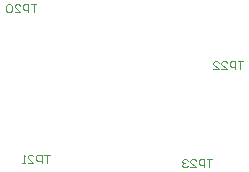
<source format=gbo>
G04 Layer_Color=32896*
%FSLAX25Y25*%
%MOIN*%
G70*
G01*
G75*
%ADD139C,0.00272*%
G54D139*
X457752Y234177D02*
X455939D01*
X456846D01*
Y231458D01*
X455033D02*
Y234177D01*
X453673D01*
X453220Y233724D01*
Y232818D01*
X453673Y232364D01*
X455033D01*
X450501Y231458D02*
X452314D01*
X450501Y233271D01*
Y233724D01*
X450954Y234177D01*
X451861D01*
X452314Y233724D01*
X449595D02*
X449141Y234177D01*
X448235D01*
X447782Y233724D01*
Y233271D01*
X448235Y232818D01*
X448688D01*
X448235D01*
X447782Y232364D01*
Y231911D01*
X448235Y231458D01*
X449141D01*
X449595Y231911D01*
X399112Y285883D02*
X397299D01*
X398206D01*
Y283164D01*
X396393D02*
Y285883D01*
X395033D01*
X394580Y285430D01*
Y284524D01*
X395033Y284070D01*
X396393D01*
X391861Y283164D02*
X393674D01*
X391861Y284977D01*
Y285430D01*
X392314Y285883D01*
X393221D01*
X393674Y285430D01*
X390955D02*
X390501Y285883D01*
X389595D01*
X389142Y285430D01*
Y283617D01*
X389595Y283164D01*
X390501D01*
X390955Y283617D01*
Y285430D01*
X403585Y235590D02*
X401772D01*
X402679D01*
Y232871D01*
X400866D02*
Y235590D01*
X399506D01*
X399053Y235137D01*
Y234231D01*
X399506Y233777D01*
X400866D01*
X396334Y232871D02*
X398147D01*
X396334Y234684D01*
Y235137D01*
X396787Y235590D01*
X397694D01*
X398147Y235137D01*
X395428Y232871D02*
X394521D01*
X394974D01*
Y235590D01*
X395428Y235137D01*
X468093Y266859D02*
X466281D01*
X467187D01*
Y264140D01*
X465374D02*
Y266859D01*
X464015D01*
X463561Y266406D01*
Y265499D01*
X464015Y265046D01*
X465374D01*
X460842Y264140D02*
X462655D01*
X460842Y265952D01*
Y266406D01*
X461296Y266859D01*
X462202D01*
X462655Y266406D01*
X458123Y264140D02*
X459936D01*
X458123Y265952D01*
Y266406D01*
X458576Y266859D01*
X459483D01*
X459936Y266406D01*
M02*

</source>
